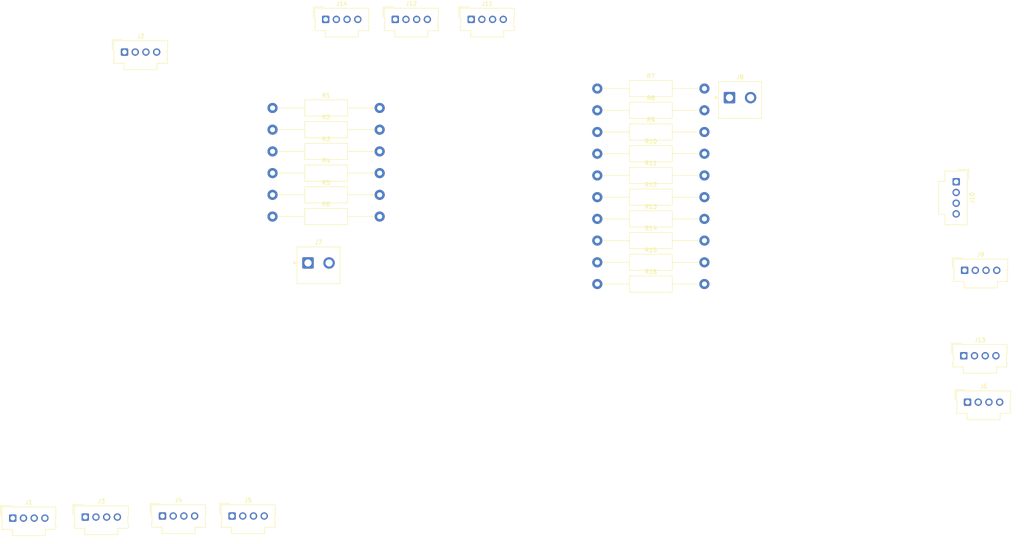
<source format=kicad_pcb>
(kicad_pcb (version 20241229) (generator "pcbnew") (generator_version "9.0")
  (layers (0 "F.Cu" signal) (2 "B.Cu" signal) (13 "F.Paste" user) (15 "B.Paste" user) (5 "F.SilkS" user "F.Silkscreen") (7 "B.SilkS" user "B.Silkscreen") (1 "F.Mask" user) (3 "B.Mask" user) (25 "Edge.Cuts" user))
  (net 0 "")
  (net 3 "Net-(J1-Pin_1)")
  (net 4 "Net-(J2-Pin_1)")
  (net 5 "Net-(J2-Pin_2)")
  (net 6 "Net-(J11-Pin_1)")
  (net 7 "Net-(J6-Pin_1)")
  (net 8 "Net-(J6-Pin_3)")
  (net 9 "Net-(J6-Pin_4)")
  (net 10 "Net-(J6-Pin_2)")
  (net 11 "Net-(J9-Pin_2)")
  (net 12 "Net-(J9-Pin_4)")
  (net 13 "Net-(J9-Pin_1)")
  (net 14 "Net-(J9-Pin_3)")
  (net 15 "Net-(J10-Pin_2)")
  (net 16 "Net-(J10-Pin_1)")
  (net 17 "Net-(J10-Pin_4)")
  (net 18 "Net-(J10-Pin_3)")
  (net 19 "Net-(J13-Pin_2)")
  (net 20 "Net-(J13-Pin_4)")
  (net 21 "Net-(J13-Pin_1)")
  (net 22 "Net-(J13-Pin_3)")
  (footprint "Resistor_THT:R_Axial_DIN0411_L9.9mm_D3.6mm_P25.40mm_Horizontal" (layer "F.Cu") (at 168.6 43.3)
    (property "Reference" "R8" (at 12.7 -2.92 0) (layer "F.SilkS"))
    (property "Value" "R")
    (fp_line (start 1.44 0) (end 7.63 0) (stroke (width 0.12)) (layer "F.SilkS"))
    (fp_line (start 7.63 -1.92) (end 7.63 1.92) (stroke (width 0.12)) (layer "F.SilkS"))
    (fp_line (start 7.63 1.92) (end 17.77 1.92) (stroke (width 0.12)) (layer "F.SilkS"))
    (fp_line (start 17.77 -1.92) (end 7.63 -1.92) (stroke (width 0.12)) (layer "F.SilkS"))
    (fp_line (start 17.77 1.92) (end 17.77 -1.92) (stroke (width 0.12)) (layer "F.SilkS"))
    (fp_line (start 23.96 0) (end 17.77 0) (stroke (width 0.12)) (layer "F.SilkS"))
    (pad "1" thru_hole circle (at 0 0) (size 2.4 2.4) (drill 1.2) (layers "*.Cu" "*.Mask") (net 9 "Net-(J6-Pin_4)"))
    (pad "2" thru_hole oval (at 25.4 0) (size 2.4 2.4) (drill 1.2) (layers "*.Cu" "*.Mask") (net 3 "Net-(J1-Pin_1)"))
  )
  (footprint "Resistor_THT:R_Axial_DIN0411_L9.9mm_D3.6mm_P25.40mm_Horizontal" (layer "F.Cu") (at 168.6 79.35)
    (property "Reference" "R15" (at 12.7 -2.92 0) (layer "F.SilkS"))
    (property "Value" "R")
    (fp_line (start 1.44 0) (end 7.63 0) (stroke (width 0.12)) (layer "F.SilkS"))
    (fp_line (start 7.63 -1.92) (end 7.63 1.92) (stroke (width 0.12)) (layer "F.SilkS"))
    (fp_line (start 7.63 1.92) (end 17.77 1.92) (stroke (width 0.12)) (layer "F.SilkS"))
    (fp_line (start 17.77 -1.92) (end 7.63 -1.92) (stroke (width 0.12)) (layer "F.SilkS"))
    (fp_line (start 17.77 1.92) (end 17.77 -1.92) (stroke (width 0.12)) (layer "F.SilkS"))
    (fp_line (start 23.96 0) (end 17.77 0) (stroke (width 0.12)) (layer "F.SilkS"))
    (pad "1" thru_hole circle (at 0 0) (size 2.4 2.4) (drill 1.2) (layers "*.Cu" "*.Mask") (net 13 "Net-(J9-Pin_1)"))
    (pad "2" thru_hole oval (at 25.4 0) (size 2.4 2.4) (drill 1.2) (layers "*.Cu" "*.Mask") (net 20 "Net-(J13-Pin_4)"))
  )
  (footprint "Resistor_THT:R_Axial_DIN0411_L9.9mm_D3.6mm_P25.40mm_Horizontal" (layer "F.Cu") (at 91.6 58.2)
    (property "Reference" "R4" (at 12.7 -2.92 0) (layer "F.SilkS"))
    (property "Value" "R")
    (fp_line (start 1.44 0) (end 7.63 0) (stroke (width 0.12)) (layer "F.SilkS"))
    (fp_line (start 7.63 -1.92) (end 7.63 1.92) (stroke (width 0.12)) (layer "F.SilkS"))
    (fp_line (start 7.63 1.92) (end 17.77 1.92) (stroke (width 0.12)) (layer "F.SilkS"))
    (fp_line (start 17.77 -1.92) (end 7.63 -1.92) (stroke (width 0.12)) (layer "F.SilkS"))
    (fp_line (start 17.77 1.92) (end 17.77 -1.92) (stroke (width 0.12)) (layer "F.SilkS"))
    (fp_line (start 23.96 0) (end 17.77 0) (stroke (width 0.12)) (layer "F.SilkS"))
    (pad "1" thru_hole circle (at 0 0) (size 2.4 2.4) (drill 1.2) (layers "*.Cu" "*.Mask") (net 7 "Net-(J6-Pin_1)"))
    (pad "2" thru_hole oval (at 25.4 0) (size 2.4 2.4) (drill 1.2) (layers "*.Cu" "*.Mask") (net 3 "Net-(J1-Pin_1)"))
  )
  (footprint "Resistor_THT:R_Axial_DIN0411_L9.9mm_D3.6mm_P25.40mm_Horizontal" (layer "F.Cu") (at 91.6 63.35)
    (property "Reference" "R5" (at 12.7 -2.92 0) (layer "F.SilkS"))
    (property "Value" "R")
    (fp_line (start 1.44 0) (end 7.63 0) (stroke (width 0.12)) (layer "F.SilkS"))
    (fp_line (start 7.63 -1.92) (end 7.63 1.92) (stroke (width 0.12)) (layer "F.SilkS"))
    (fp_line (start 7.63 1.92) (end 17.77 1.92) (stroke (width 0.12)) (layer "F.SilkS"))
    (fp_line (start 17.77 -1.92) (end 7.63 -1.92) (stroke (width 0.12)) (layer "F.SilkS"))
    (fp_line (start 17.77 1.92) (end 17.77 -1.92) (stroke (width 0.12)) (layer "F.SilkS"))
    (fp_line (start 23.96 0) (end 17.77 0) (stroke (width 0.12)) (layer "F.SilkS"))
    (pad "1" thru_hole circle (at 0 0) (size 2.4 2.4) (drill 1.2) (layers "*.Cu" "*.Mask") (net 10 "Net-(J6-Pin_2)"))
    (pad "2" thru_hole oval (at 25.4 0) (size 2.4 2.4) (drill 1.2) (layers "*.Cu" "*.Mask") (net 3 "Net-(J1-Pin_1)"))
  )
  (footprint "Connector_Molex:Molex_SL_171971-0004_1x04_P2.54mm_Vertical" (layer "F.Cu") (at 56.5 29.5)
    (property "Reference" "J2" (at 3.81 -3.75 0) (layer "F.SilkS"))
    (property "Value" "Main switch + ES 17V")
    (fp_line (start -2.91 -2.96) (end -0.5 -2.96) (stroke (width 0.12)) (layer "F.SilkS"))
    (fp_line (start -2.91 -0.55) (end -2.91 -2.96) (stroke (width 0.12)) (layer "F.SilkS"))
    (fp_line (start -2.61 -2.66) (end -2.61 -0.13) (stroke (width 0.12)) (layer "F.SilkS"))
    (fp_line (start -2.61 -0.13) (end -2.48 -0.13) (stroke (width 0.12)) (layer "F.SilkS"))
    (fp_line (start -2.61 1.68) (end -2.61 2.66) (stroke (width 0.12)) (layer "F.SilkS"))
    (fp_line (start -2.61 2.66) (end -0.11 2.66) (stroke (width 0.12)) (layer "F.SilkS"))
    (fp_line (start -2.48 -0.13) (end -2.48 1.68) (stroke (width 0.12)) (layer "F.SilkS"))
    (fp_line (start -2.48 1.68) (end -2.61 1.68) (stroke (width 0.12)) (layer "F.SilkS"))
    (fp_line (start -0.11 2.66) (end -0.11 4.16) (stroke (width 0.12)) (layer "F.SilkS"))
    (fp_line (start -0.11 4.16) (end 7.73 4.16) (stroke (width 0.12)) (layer "F.SilkS"))
    (fp_line (start 7.73 2.66) (end 10.23 2.66) (stroke (width 0.12)) (layer "F.SilkS"))
    (fp_line (start 7.73 4.16) (end 7.73 2.66) (stroke (width 0.12)) (layer "F.SilkS"))
    (fp_line (start 10.1 -0.13) (end 10.23 -0.13) (stroke (width 0.12)) (layer "F.SilkS"))
    (fp_line (start 10.1 1.68) (end 10.1 -0.13) (stroke (width 0.12)) (layer "F.SilkS"))
    (fp_line (start 10.23 -2.66) (end -2.61 -2.66) (stroke (width 0.12)) (layer "F.SilkS"))
    (fp_line (start 10.23 -0.13) (end 10.23 -2.66) (stroke (width 0.12)) (layer "F.SilkS"))
    (fp_line (start 10.23 1.68) (end 10.1 1.68) (stroke (width 0.12)) (layer "F.SilkS"))
    (fp_line (start 10.23 2.66) (end 10.23 1.68) (stroke (width 0.12)) (layer "F.SilkS"))
    (pad "1" thru_hole roundrect (at 0 0) (size 1.74 1.74) (drill 1.09) (layers "*.Cu" "*.Mask") (roundrect_rratio 0.143678) (net 4 "Net-(J2-Pin_1)"))
    (pad "2" thru_hole circle (at 2.54 0) (size 1.74 1.74) (drill 1.09) (layers "*.Cu" "*.Mask") (net 5 "Net-(J2-Pin_2)"))
    (pad "3" thru_hole circle (at 5.08 0) (size 1.74 1.74) (drill 1.09) (layers "*.Cu" "*.Mask") (net 5 "Net-(J2-Pin_2)"))
    (pad "4" thru_hole circle (at 7.62 0) (size 1.74 1.74) (drill 1.09) (layers "*.Cu" "*.Mask") (net 6 "Net-(J11-Pin_1)"))
  )
  (footprint "Resistor_THT:R_Axial_DIN0411_L9.9mm_D3.6mm_P25.40mm_Horizontal" (layer "F.Cu") (at 168.6 58.75)
    (property "Reference" "R11" (at 12.7 -2.92 0) (layer "F.SilkS"))
    (property "Value" "R")
    (fp_line (start 1.44 0) (end 7.63 0) (stroke (width 0.12)) (layer "F.SilkS"))
    (fp_line (start 7.63 -1.92) (end 7.63 1.92) (stroke (width 0.12)) (layer "F.SilkS"))
    (fp_line (start 7.63 1.92) (end 17.77 1.92) (stroke (width 0.12)) (layer "F.SilkS"))
    (fp_line (start 17.77 -1.92) (end 7.63 -1.92) (stroke (width 0.12)) (layer "F.SilkS"))
    (fp_line (start 17.77 1.92) (end 17.77 -1.92) (stroke (width 0.12)) (layer "F.SilkS"))
    (fp_line (start 23.96 0) (end 17.77 0) (stroke (width 0.12)) (layer "F.SilkS"))
    (pad "1" thru_hole circle (at 0 0) (size 2.4 2.4) (drill 1.2) (layers "*.Cu" "*.Mask") (net 14 "Net-(J9-Pin_3)"))
    (pad "2" thru_hole oval (at 25.4 0) (size 2.4 2.4) (drill 1.2) (layers "*.Cu" "*.Mask") (net 19 "Net-(J13-Pin_2)"))
  )
  (footprint "Connector_Molex:Molex_SL_171971-0004_1x04_P2.54mm_Vertical" (layer "F.Cu") (at 256.38 112.5)
    (property "Reference" "J6" (at 3.81 -3.75 0) (layer "F.SilkS"))
    (property "Value" "Echo Out 1-4")
    (fp_line (start -2.91 -2.96) (end -0.5 -2.96) (stroke (width 0.12)) (layer "F.SilkS"))
    (fp_line (start -2.91 -0.55) (end -2.91 -2.96) (stroke (width 0.12)) (layer "F.SilkS"))
    (fp_line (start -2.61 -2.66) (end -2.61 -0.13) (stroke (width 0.12)) (layer "F.SilkS"))
    (fp_line (start -2.61 -0.13) (end -2.48 -0.13) (stroke (width 0.12)) (layer "F.SilkS"))
    (fp_line (start -2.61 1.68) (end -2.61 2.66) (stroke (width 0.12)) (layer "F.SilkS"))
    (fp_line (start -2.61 2.66) (end -0.11 2.66) (stroke (width 0.12)) (layer "F.SilkS"))
    (fp_line (start -2.48 -0.13) (end -2.48 1.68) (stroke (width 0.12)) (layer "F.SilkS"))
    (fp_line (start -2.48 1.68) (end -2.61 1.68) (stroke (width 0.12)) (layer "F.SilkS"))
    (fp_line (start -0.11 2.66) (end -0.11 4.16) (stroke (width 0.12)) (layer "F.SilkS"))
    (fp_line (start -0.11 4.16) (end 7.73 4.16) (stroke (width 0.12)) (layer "F.SilkS"))
    (fp_line (start 7.73 2.66) (end 10.23 2.66) (stroke (width 0.12)) (layer "F.SilkS"))
    (fp_line (start 7.73 4.16) (end 7.73 2.66) (stroke (width 0.12)) (layer "F.SilkS"))
    (fp_line (start 10.1 -0.13) (end 10.23 -0.13) (stroke (width 0.12)) (layer "F.SilkS"))
    (fp_line (start 10.1 1.68) (end 10.1 -0.13) (stroke (width 0.12)) (layer "F.SilkS"))
    (fp_line (start 10.23 -2.66) (end -2.61 -2.66) (stroke (width 0.12)) (layer "F.SilkS"))
    (fp_line (start 10.23 -0.13) (end 10.23 -2.66) (stroke (width 0.12)) (layer "F.SilkS"))
    (fp_line (start 10.23 1.68) (end 10.1 1.68) (stroke (width 0.12)) (layer "F.SilkS"))
    (fp_line (start 10.23 2.66) (end 10.23 1.68) (stroke (width 0.12)) (layer "F.SilkS"))
    (pad "1" thru_hole roundrect (at 0 0) (size 1.74 1.74) (drill 1.09) (layers "*.Cu" "*.Mask") (roundrect_rratio 0.143678) (net 7 "Net-(J6-Pin_1)"))
    (pad "2" thru_hole circle (at 2.54 0) (size 1.74 1.74) (drill 1.09) (layers "*.Cu" "*.Mask") (net 10 "Net-(J6-Pin_2)"))
    (pad "3" thru_hole circle (at 5.08 0) (size 1.74 1.74) (drill 1.09) (layers "*.Cu" "*.Mask") (net 8 "Net-(J6-Pin_3)"))
    (pad "4" thru_hole circle (at 7.62 0) (size 1.74 1.74) (drill 1.09) (layers "*.Cu" "*.Mask") (net 9 "Net-(J6-Pin_4)"))
  )
  (footprint "Connector_Molex:Molex_SL_171971-0004_1x04_P2.54mm_Vertical" (layer "F.Cu") (at 255.69 81.25)
    (property "Reference" "J9" (at 3.81 -3.75 0) (layer "F.SilkS"))
    (property "Value" "Pont diviseur Echo In 5-8")
    (fp_line (start -2.91 -2.96) (end -0.5 -2.96) (stroke (width 0.12)) (layer "F.SilkS"))
    (fp_line (start -2.91 -0.55) (end -2.91 -2.96) (stroke (width 0.12)) (layer "F.SilkS"))
    (fp_line (start -2.61 -2.66) (end -2.61 -0.13) (stroke (width 0.12)) (layer "F.SilkS"))
    (fp_line (start -2.61 -0.13) (end -2.48 -0.13) (stroke (width 0.12)) (layer "F.SilkS"))
    (fp_line (start -2.61 1.68) (end -2.61 2.66) (stroke (width 0.12)) (layer "F.SilkS"))
    (fp_line (start -2.61 2.66) (end -0.11 2.66) (stroke (width 0.12)) (layer "F.SilkS"))
    (fp_line (start -2.48 -0.13) (end -2.48 1.68) (stroke (width 0.12)) (layer "F.SilkS"))
    (fp_line (start -2.48 1.68) (end -2.61 1.68) (stroke (width 0.12)) (layer "F.SilkS"))
    (fp_line (start -0.11 2.66) (end -0.11 4.16) (stroke (width 0.12)) (layer "F.SilkS"))
    (fp_line (start -0.11 4.16) (end 7.73 4.16) (stroke (width 0.12)) (layer "F.SilkS"))
    (fp_line (start 7.73 2.66) (end 10.23 2.66) (stroke (width 0.12)) (layer "F.SilkS"))
    (fp_line (start 7.73 4.16) (end 7.73 2.66) (stroke (width 0.12)) (layer "F.SilkS"))
    (fp_line (start 10.1 -0.13) (end 10.23 -0.13) (stroke (width 0.12)) (layer "F.SilkS"))
    (fp_line (start 10.1 1.68) (end 10.1 -0.13) (stroke (width 0.12)) (layer "F.SilkS"))
    (fp_line (start 10.23 -2.66) (end -2.61 -2.66) (stroke (width 0.12)) (layer "F.SilkS"))
    (fp_line (start 10.23 -0.13) (end 10.23 -2.66) (stroke (width 0.12)) (layer "F.SilkS"))
    (fp_line (start 10.23 1.68) (end 10.1 1.68) (stroke (width 0.12)) (layer "F.SilkS"))
    (fp_line (start 10.23 2.66) (end 10.23 1.68) (stroke (width 0.12)) (layer "F.SilkS"))
    (pad "1" thru_hole roundrect (at 0 0) (size 1.74 1.74) (drill 1.09) (layers "*.Cu" "*.Mask") (roundrect_rratio 0.143678) (net 13 "Net-(J9-Pin_1)"))
    (pad "2" thru_hole circle (at 2.54 0) (size 1.74 1.74) (drill 1.09) (layers "*.Cu" "*.Mask") (net 11 "Net-(J9-Pin_2)"))
    (pad "3" thru_hole circle (at 5.08 0) (size 1.74 1.74) (drill 1.09) (layers "*.Cu" "*.Mask") (net 14 "Net-(J9-Pin_3)"))
    (pad "4" thru_hole circle (at 7.62 0) (size 1.74 1.74) (drill 1.09) (layers "*.Cu" "*.Mask") (net 12 "Net-(J9-Pin_4)"))
  )
  (footprint "Connector_Molex:Molex_SL_171971-0004_1x04_P2.54mm_Vertical" (layer "F.Cu") (at 47.19 139.75)
    (property "Reference" "J3" (at 3.81 -3.75 0) (layer "F.SilkS"))
    (property "Value" "Ground")
    (fp_line (start -2.91 -2.96) (end -0.5 -2.96) (stroke (width 0.12)) (layer "F.SilkS"))
    (fp_line (start -2.91 -0.55) (end -2.91 -2.96) (stroke (width 0.12)) (layer "F.SilkS"))
    (fp_line (start -2.61 -2.66) (end -2.61 -0.13) (stroke (width 0.12)) (layer "F.SilkS"))
    (fp_line (start -2.61 -0.13) (end -2.48 -0.13) (stroke (width 0.12)) (layer "F.SilkS"))
    (fp_line (start -2.61 1.68) (end -2.61 2.66) (stroke (width 0.12)) (layer "F.SilkS"))
    (fp_line (start -2.61 2.66) (end -0.11 2.66) (stroke (width 0.12)) (layer "F.SilkS"))
    (fp_line (start -2.48 -0.13) (end -2.48 1.68) (stroke (width 0.12)) (layer "F.SilkS"))
    (fp_line (start -2.48 1.68) (end -2.61 1.68) (stroke (width 0.12)) (layer "F.SilkS"))
    (fp_line (start -0.11 2.66) (end -0.11 4.16) (stroke (width 0.12)) (layer "F.SilkS"))
    (fp_line (start -0.11 4.16) (end 7.73 4.16) (stroke (width 0.12)) (layer "F.SilkS"))
    (fp_line (start 7.73 2.66) (end 10.23 2.66) (stroke (width 0.12)) (layer "F.SilkS"))
    (fp_line (start 7.73 4.16) (end 7.73 2.66) (stroke (width 0.12)) (layer "F.SilkS"))
    (fp_line (start 10.1 -0.13) (end 10.23 -0.13) (stroke (width 0.12)) (layer "F.SilkS"))
    (fp_line (start 10.1 1.68) (end 10.1 -0.13) (stroke (width 0.12)) (layer "F.SilkS"))
    (fp_line (start 10.23 -2.66) (end -2.61 -2.66) (stroke (width 0.12)) (layer "F.SilkS"))
    (fp_line (start 10.23 -0.13) (end 10.23 -2.66) (stroke (width 0.12)) (layer "F.SilkS"))
    (fp_line (start 10.23 1.68) (end 10.1 1.68) (stroke (width 0.12)) (layer "F.SilkS"))
    (fp_line (start 10.23 2.66) (end 10.23 1.68) (stroke (width 0.12)) (layer "F.SilkS"))
    (pad "1" thru_hole roundrect (at 0 0) (size 1.74 1.74) (drill 1.09) (layers "*.Cu" "*.Mask") (roundrect_rratio 0.143678) (net 3 "Net-(J1-Pin_1)"))
    (pad "2" thru_hole circle (at 2.54 0) (size 1.74 1.74) (drill 1.09) (layers "*.Cu" "*.Mask") (net 3 "Net-(J1-Pin_1)"))
    (pad "3" thru_hole circle (at 5.08 0) (size 1.74 1.74) (drill 1.09) (layers "*.Cu" "*.Mask") (net 3 "Net-(J1-Pin_1)"))
    (pad "4" thru_hole circle (at 7.62 0) (size 1.74 1.74) (drill 1.09) (layers "*.Cu" "*.Mask") (net 3 "Net-(J1-Pin_1)"))
  )
  (footprint "Resistor_THT:R_Axial_DIN0411_L9.9mm_D3.6mm_P25.40mm_Horizontal" (layer "F.Cu") (at 168.6 74.2)
    (property "Reference" "R14" (at 12.7 -2.92 0) (layer "F.SilkS"))
    (property "Value" "R")
    (fp_line (start 1.44 0) (end 7.63 0) (stroke (width 0.12)) (layer "F.SilkS"))
    (fp_line (start 7.63 -1.92) (end 7.63 1.92) (stroke (width 0.12)) (layer "F.SilkS"))
    (fp_line (start 7.63 1.92) (end 17.77 1.92) (stroke (width 0.12)) (layer "F.SilkS"))
    (fp_line (start 17.77 -1.92) (end 7.63 -1.92) (stroke (width 0.12)) (layer "F.SilkS"))
    (fp_line (start 17.77 1.92) (end 17.77 -1.92) (stroke (width 0.12)) (layer "F.SilkS"))
    (fp_line (start 23.96 0) (end 17.77 0) (stroke (width 0.12)) (layer "F.SilkS"))
    (pad "1" thru_hole circle (at 0 0) (size 2.4 2.4) (drill 1.2) (layers "*.Cu" "*.Mask") (net 22 "Net-(J13-Pin_3)"))
    (pad "2" thru_hole oval (at 25.4 0) (size 2.4 2.4) (drill 1.2) (layers "*.Cu" "*.Mask") (net 3 "Net-(J1-Pin_1)"))
  )
  (footprint "Resistor_THT:R_Axial_DIN0411_L9.9mm_D3.6mm_P25.40mm_Horizontal" (layer "F.Cu") (at 168.6 63.9)
    (property "Reference" "R12" (at 12.7 -2.92 0) (layer "F.SilkS"))
    (property "Value" "R")
    (fp_line (start 1.44 0) (end 7.63 0) (stroke (width 0.12)) (layer "F.SilkS"))
    (fp_line (start 7.63 -1.92) (end 7.63 1.92) (stroke (width 0.12)) (layer "F.SilkS"))
    (fp_line (start 7.63 1.92) (end 17.77 1.92) (stroke (width 0.12)) (layer "F.SilkS"))
    (fp_line (start 17.77 -1.92) (end 7.63 -1.92) (stroke (width 0.12)) (layer "F.SilkS"))
    (fp_line (start 17.77 1.92) (end 17.77 -1.92) (stroke (width 0.12)) (layer "F.SilkS"))
    (fp_line (start 23.96 0) (end 17.77 0) (stroke (width 0.12)) (layer "F.SilkS"))
    (pad "1" thru_hole circle (at 0 0) (size 2.4 2.4) (drill 1.2) (layers "*.Cu" "*.Mask") (net 19 "Net-(J13-Pin_2)"))
    (pad "2" thru_hole oval (at 25.4 0) (size 2.4 2.4) (drill 1.2) (layers "*.Cu" "*.Mask") (net 3 "Net-(J1-Pin_1)"))
  )
  (footprint "Resistor_THT:R_Axial_DIN0411_L9.9mm_D3.6mm_P25.40mm_Horizontal" (layer "F.Cu") (at 168.6 48.45)
    (property "Reference" "R9" (at 12.7 -2.92 0) (layer "F.SilkS"))
    (property "Value" "R")
    (fp_line (start 1.44 0) (end 7.63 0) (stroke (width 0.12)) (layer "F.SilkS"))
    (fp_line (start 7.63 -1.92) (end 7.63 1.92) (stroke (width 0.12)) (layer "F.SilkS"))
    (fp_line (start 7.63 1.92) (end 17.77 1.92) (stroke (width 0.12)) (layer "F.SilkS"))
    (fp_line (start 17.77 -1.92) (end 7.63 -1.92) (stroke (width 0.12)) (layer "F.SilkS"))
    (fp_line (start 17.77 1.92) (end 17.77 -1.92) (stroke (width 0.12)) (layer "F.SilkS"))
    (fp_line (start 23.96 0) (end 17.77 0) (stroke (width 0.12)) (layer "F.SilkS"))
    (pad "1" thru_hole circle (at 0 0) (size 2.4 2.4) (drill 1.2) (layers "*.Cu" "*.Mask") (net 12 "Net-(J9-Pin_4)"))
    (pad "2" thru_hole oval (at 25.4 0) (size 2.4 2.4) (drill 1.2) (layers "*.Cu" "*.Mask") (net 21 "Net-(J13-Pin_1)"))
  )
  (footprint "Resistor_THT:R_Axial_DIN0411_L9.9mm_D3.6mm_P25.40mm_Horizontal" (layer "F.Cu") (at 168.6 69.05)
    (property "Reference" "R13" (at 12.7 -2.92 0) (layer "F.SilkS"))
    (property "Value" "R")
    (fp_line (start 1.44 0) (end 7.63 0) (stroke (width 0.12)) (layer "F.SilkS"))
    (fp_line (start 7.63 -1.92) (end 7.63 1.92) (stroke (width 0.12)) (layer "F.SilkS"))
    (fp_line (start 7.63 1.92) (end 17.77 1.92) (stroke (width 0.12)) (layer "F.SilkS"))
    (fp_line (start 17.77 -1.92) (end 7.63 -1.92) (stroke (width 0.12)) (layer "F.SilkS"))
    (fp_line (start 17.77 1.92) (end 17.77 -1.92) (stroke (width 0.12)) (layer "F.SilkS"))
    (fp_line (start 23.96 0) (end 17.77 0) (stroke (width 0.12)) (layer "F.SilkS"))
    (pad "1" thru_hole circle (at 0 0) (size 2.4 2.4) (drill 1.2) (layers "*.Cu" "*.Mask") (net 11 "Net-(J9-Pin_2)"))
    (pad "2" thru_hole oval (at 25.4 0) (size 2.4 2.4) (drill 1.2) (layers "*.Cu" "*.Mask") (net 22 "Net-(J13-Pin_3)"))
  )
  (footprint "Connector_JST:JST_NV_B02P-NV_1x02_P5.00mm_Vertical" (layer "F.Cu") (at 199.945 40.3)
    (property "Reference" "J8" (at 2.5 -4.9 0) (layer "F.SilkS"))
    (property "Value" "Vin 17V")
    (fp_line (start -3.41 -0.3) (end -2.81 0) (stroke (width 0.12)) (layer "F.SilkS"))
    (fp_line (start -3.41 0.3) (end -3.41 -0.3) (stroke (width 0.12)) (layer "F.SilkS"))
    (fp_line (start -2.81 0) (end -3.41 0.3) (stroke (width 0.12)) (layer "F.SilkS"))
    (fp_line (start -2.61 -3.81) (end -2.61 4.91) (stroke (width 0.12)) (layer "F.SilkS"))
    (fp_line (start -2.61 4.91) (end 7.61 4.91) (stroke (width 0.12)) (layer "F.SilkS"))
    (fp_line (start 7.61 -3.81) (end -2.61 -3.81) (stroke (width 0.12)) (layer "F.SilkS"))
    (fp_line (start 7.61 4.91) (end 7.61 -3.81) (stroke (width 0.12)) (layer "F.SilkS"))
    (pad "1" thru_hole roundrect (at 0 0) (size 2.7 2.7) (drill 1.7) (layers "*.Cu" "*.Mask") (roundrect_rratio 0.092593) (net 4 "Net-(J2-Pin_1)"))
    (pad "2" thru_hole circle (at 5 0) (size 2.7 2.7) (drill 1.7) (layers "*.Cu" "*.Mask") (net 3 "Net-(J1-Pin_1)"))
  )
  (footprint "Connector_Molex:Molex_SL_171971-0004_1x04_P2.54mm_Vertical" (layer "F.Cu") (at 82 139.5)
    (property "Reference" "J5" (at 3.81 -3.75 0) (layer "F.SilkS"))
    (property "Value" "Ground")
    (fp_line (start -2.91 -2.96) (end -0.5 -2.96) (stroke (width 0.12)) (layer "F.SilkS"))
    (fp_line (start -2.91 -0.55) (end -2.91 -2.96) (stroke (width 0.12)) (layer "F.SilkS"))
    (fp_line (start -2.61 -2.66) (end -2.61 -0.13) (stroke (width 0.12)) (layer "F.SilkS"))
    (fp_line (start -2.61 -0.13) (end -2.48 -0.13) (stroke (width 0.12)) (layer "F.SilkS"))
    (fp_line (start -2.61 1.68) (end -2.61 2.66) (stroke (width 0.12)) (layer "F.SilkS"))
    (fp_line (start -2.61 2.66) (end -0.11 2.66) (stroke (width 0.12)) (layer "F.SilkS"))
    (fp_line (start -2.48 -0.13) (end -2.48 1.68) (stroke (width 0.12)) (layer "F.SilkS"))
    (fp_line (start -2.48 1.68) (end -2.61 1.68) (stroke (width 0.12)) (layer "F.SilkS"))
    (fp_line (start -0.11 2.66) (end -0.11 4.16) (stroke (width 0.12)) (layer "F.SilkS"))
    (fp_line (start -0.11 4.16) (end 7.73 4.16) (stroke (width 0.12)) (layer "F.SilkS"))
    (fp_line (start 7.73 2.66) (end 10.23 2.66) (stroke (width 0.12)) (layer "F.SilkS"))
    (fp_line (start 7.73 4.16) (end 7.73 2.66) (stroke (width 0.12)) (layer "F.SilkS"))
    (fp_line (start 10.1 -0.13) (end 10.23 -0.13) (stroke (width 0.12)) (layer "F.SilkS"))
    (fp_line (start 10.1 1.68) (end 10.1 -0.13) (stroke (width 0.12)) (layer "F.SilkS"))
    (fp_line (start 10.23 -2.66) (end -2.61 -2.66) (stroke (width 0.12)) (layer "F.SilkS"))
    (fp_line (start 10.23 -0.13) (end 10.23 -2.66) (stroke (width 0.12)) (layer "F.SilkS"))
    (fp_line (start 10.23 1.68) (end 10.1 1.68) (stroke (width 0.12)) (layer "F.SilkS"))
    (fp_line (start 10.23 2.66) (end 10.23 1.68) (stroke (width 0.12)) (layer "F.SilkS"))
    (pad "1" thru_hole roundrect (at 0 0) (size 1.74 1.74) (drill 1.09) (layers "*.Cu" "*.Mask") (roundrect_rratio 0.143678) (net 3 "Net-(J1-Pin_1)"))
    (pad "2" thru_hole circle (at 2.54 0) (size 1.74 1.74) (drill 1.09) (layers "*.Cu" "*.Mask") (net 3 "Net-(J1-Pin_1)"))
    (pad "3" thru_hole circle (at 5.08 0) (size 1.74 1.74) (drill 1.09) (layers "*.Cu" "*.Mask") (net 3 "Net-(J1-Pin_1)"))
    (pad "4" thru_hole circle (at 7.62 0) (size 1.74 1.74) (drill 1.09) (layers "*.Cu" "*.Mask") (net 3 "Net-(J1-Pin_1)"))
  )
  (footprint "Resistor_THT:R_Axial_DIN0411_L9.9mm_D3.6mm_P25.40mm_Horizontal" (layer "F.Cu") (at 91.6 68.5)
    (property "Reference" "R6" (at 12.7 -2.92 0) (layer "F.SilkS"))
    (property "Value" "R")
    (fp_line (start 1.44 0) (end 7.63 0) (stroke (width 0.12)) (layer "F.SilkS"))
    (fp_line (start 7.63 -1.92) (end 7.63 1.92) (stroke (width 0.12)) (layer "F.SilkS"))
    (fp_line (start 7.63 1.92) (end 17.77 1.92) (stroke (width 0.12)) (layer "F.SilkS"))
    (fp_line (start 17.77 -1.92) (end 7.63 -1.92) (stroke (width 0.12)) (layer "F.SilkS"))
    (fp_line (start 17.77 1.92) (end 17.77 -1.92) (stroke (width 0.12)) (layer "F.SilkS"))
    (fp_line (start 23.96 0) (end 17.77 0) (stroke (width 0.12)) (layer "F.SilkS"))
    (pad "1" thru_hole circle (at 0 0) (size 2.4 2.4) (drill 1.2) (layers "*.Cu" "*.Mask") (net 8 "Net-(J6-Pin_3)"))
    (pad "2" thru_hole oval (at 25.4 0) (size 2.4 2.4) (drill 1.2) (layers "*.Cu" "*.Mask") (net 3 "Net-(J1-Pin_1)"))
  )
  (footprint "Resistor_THT:R_Axial_DIN0411_L9.9mm_D3.6mm_P25.40mm_Horizontal" (layer "F.Cu") (at 91.6 53.05)
    (property "Reference" "R3" (at 12.7 -2.92 0) (layer "F.SilkS"))
    (property "Value" "R")
    (fp_line (start 1.44 0) (end 7.63 0) (stroke (width 0.12)) (layer "F.SilkS"))
    (fp_line (start 7.63 -1.92) (end 7.63 1.92) (stroke (width 0.12)) (layer "F.SilkS"))
    (fp_line (start 7.63 1.92) (end 17.77 1.92) (stroke (width 0.12)) (layer "F.SilkS"))
    (fp_line (start 17.77 -1.92) (end 7.63 -1.92) (stroke (width 0.12)) (layer "F.SilkS"))
    (fp_line (start 17.77 1.92) (end 17.77 -1.92) (stroke (width 0.12)) (layer "F.SilkS"))
    (fp_line (start 23.96 0) (end 17.77 0) (stroke (width 0.12)) (layer "F.SilkS"))
    (pad "1" thru_hole circle (at 0 0) (size 2.4 2.4) (drill 1.2) (layers "*.Cu" "*.Mask") (net 15 "Net-(J10-Pin_2)"))
    (pad "2" thru_hole oval (at 25.4 0) (size 2.4 2.4) (drill 1.2) (layers "*.Cu" "*.Mask") (net 8 "Net-(J6-Pin_3)"))
  )
  (footprint "Connector_Molex:Molex_SL_171971-0004_1x04_P2.54mm_Vertical" (layer "F.Cu") (at 104.19 21.75)
    (property "Reference" "J14" (at 3.81 -3.75 0) (layer "F.SilkS"))
    (property "Value" "17V")
    (fp_line (start -2.91 -2.96) (end -0.5 -2.96) (stroke (width 0.12)) (layer "F.SilkS"))
    (fp_line (start -2.91 -0.55) (end -2.91 -2.96) (stroke (width 0.12)) (layer "F.SilkS"))
    (fp_line (start -2.61 -2.66) (end -2.61 -0.13) (stroke (width 0.12)) (layer "F.SilkS"))
    (fp_line (start -2.61 -0.13) (end -2.48 -0.13) (stroke (width 0.12)) (layer "F.SilkS"))
    (fp_line (start -2.61 1.68) (end -2.61 2.66) (stroke (width 0.12)) (layer "F.SilkS"))
    (fp_line (start -2.61 2.66) (end -0.11 2.66) (stroke (width 0.12)) (layer "F.SilkS"))
    (fp_line (start -2.48 -0.13) (end -2.48 1.68) (stroke (width 0.12)) (layer "F.SilkS"))
    (fp_line (start -2.48 1.68) (end -2.61 1.68) (stroke (width 0.12)) (layer "F.SilkS"))
    (fp_line (start -0.11 2.66) (end -0.11 4.16) (stroke (width 0.12)) (layer "F.SilkS"))
    (fp_line (start -0.11 4.16) (end 7.73 4.16) (stroke (width 0.12)) (layer "F.SilkS"))
    (fp_line (start 7.73 2.66) (end 10.23 2.66) (stroke (width 0.12)) (layer "F.SilkS"))
    (fp_line (start 7.73 4.16) (end 7.73 2.66) (stroke (width 0.12)) (layer "F.SilkS"))
    (fp_line (start 10.1 -0.13) (end 10.23 -0.13) (stroke (width 0.12)) (layer "F.SilkS"))
    (fp_line (start 10.1 1.68) (end 10.1 -0.13) (stroke (width 0.12)) (layer "F.SilkS"))
    (fp_line (start 10.23 -2.66) (end -2.61 -2.66) (stroke (width 0.12)) (layer "F.SilkS"))
    (fp_line (start 10.23 -0.13) (end 10.23 -2.66) (stroke (width 0.12)) (layer "F.SilkS"))
    (fp_line (start 10.23 1.68) (end 10.1 1.68) (stroke (width 0.12)) (layer "F.SilkS"))
    (fp_line (start 10.23 2.66) (end 10.23 1.68) (stroke (width 0.12)) (layer "F.SilkS"))
    (pad "1" thru_hole roundrect (at 0 0) (size 1.74 1.74) (drill 1.09) (layers "*.Cu" "*.Mask") (roundrect_rratio 0.143678) (net 6 "Net-(J11-Pin_1)"))
    (pad "2" thru_hole circle (at 2.54 0) (size 1.74 1.74) (drill 1.09) (layers "*.Cu" "*.Mask") (net 6 "Net-(J11-Pin_1)"))
    (pad "3" thru_hole circle (at 5.08 0) (size 1.74 1.74) (drill 1.09) (layers "*.Cu" "*.Mask") (net 6 "Net-(J11-Pin_1)"))
    (pad "4" thru_hole circle (at 7.62 0) (size 1.74 1.74) (drill 1.09) (layers "*.Cu" "*.Mask") (net 6 "Net-(J11-Pin_1)"))
  )
  (footprint "Resistor_THT:R_Axial_DIN0411_L9.9mm_D3.6mm_P25.40mm_Horizontal" (layer "F.Cu") (at 168.6 84.5)
    (property "Reference" "R16" (at 12.7 -2.92 0) (layer "F.SilkS"))
    (property "Value" "R")
    (fp_line (start 1.44 0) (end 7.63 0) (stroke (width 0.12)) (layer "F.SilkS"))
    (fp_line (start 7.63 -1.92) (end 7.63 1.92) (stroke (width 0.12)) (layer "F.SilkS"))
    (fp_line (start 7.63 1.92) (end 17.77 1.92) (stroke (width 0.12)) (layer "F.SilkS"))
    (fp_line (start 17.77 -1.92) (end 7.63 -1.92) (stroke (width 0.12)) (layer "F.SilkS"))
    (fp_line (start 17.77 1.92) (end 17.77 -1.92) (stroke (width 0.12)) (layer "F.SilkS"))
    (fp_line (start 23.96 0) (end 17.77 0) (stroke (width 0.12)) (layer "F.SilkS"))
    (pad "1" thru_hole circle (at 0 0) (size 2.4 2.4) (drill 1.2) (layers "*.Cu" "*.Mask") (net 20 "Net-(J13-Pin_4)"))
    (pad "2" thru_hole oval (at 25.4 0) (size 2.4 2.4) (drill 1.2) (layers "*.Cu" "*.Mask") (net 3 "Net-(J1-Pin_1)"))
  )
  (footprint "Connector_Molex:Molex_SL_171971-0004_1x04_P2.54mm_Vertical" (layer "F.Cu") (at 253.69 60.25 -90)
    (property "Reference" "J10" (at 3.81 -3.75 90) (layer "F.SilkS"))
    (property "Value" "Pont diviseur Echo In 1-4")
    (fp_line (start -0.11 4.16) (end 7.73 4.16) (stroke (width 0.12)) (layer "F.SilkS"))
    (fp_line (start 7.73 4.16) (end 7.73 2.66) (stroke (width 0.12)) (layer "F.SilkS"))
    (fp_line (start -2.61 2.66) (end -0.11 2.66) (stroke (width 0.12)) (layer "F.SilkS"))
    (fp_line (start -0.11 2.66) (end -0.11 4.16) (stroke (width 0.12)) (layer "F.SilkS"))
    (fp_line (start 7.73 2.66) (end 10.23 2.66) (stroke (width 0.12)) (layer "F.SilkS"))
    (fp_line (start 10.23 2.66) (end 10.23 1.68) (stroke (width 0.12)) (layer "F.SilkS"))
    (fp_line (start -2.61 1.68) (end -2.61 2.66) (stroke (width 0.12)) (layer "F.SilkS"))
    (fp_line (start -2.48 1.68) (end -2.61 1.68) (stroke (width 0.12)) (layer "F.SilkS"))
    (fp_line (start 10.1 1.68) (end 10.1 -0.13) (stroke (width 0.12)) (layer "F.SilkS"))
    (fp_line (start 10.23 1.68) (end 10.1 1.68) (stroke (width 0.12)) (layer "F.SilkS"))
    (fp_line (start -2.61 -0.13) (end -2.48 -0.13) (stroke (width 0.12)) (layer "F.SilkS"))
    (fp_line (start -2.48 -0.13) (end -2.48 1.68) (stroke (width 0.12)) (layer "F.SilkS"))
    (fp_line (start 10.1 -0.13) (end 10.23 -0.13) (stroke (width 0.12)) (layer "F.SilkS"))
    (fp_line (start 10.23 -0.13) (end 10.23 -2.66) (stroke (width 0.12)) (layer "F.SilkS"))
    (fp_line (start -2.91 -0.55) (end -2.91 -2.96) (stroke (width 0.12)) (layer "F.SilkS"))
    (fp_line (start -2.61 -2.66) (end -2.61 -0.13) (stroke (width 0.12)) (layer "F.SilkS"))
    (fp_line (start 10.23 -2.66) (end -2.61 -2.66) (stroke (width 0.12)) (layer "F.SilkS"))
    (fp_line (start -2.91 -2.96) (end -0.5 -2.96) (stroke (width 0.12)) (layer "F.SilkS"))
    (pad "1" thru_hole roundrect (at 0 0 270) (size 1.74 1.74) (drill 1.09) (layers "*.Cu" "*.Mask") (roundrect_rratio 0.143678) (net 16 "Net-(J10-Pin_1)"))
    (pad "2" thru_hole circle (at 2.54 0 270) (size 1.74 1.74) (drill 1.09) (layers "*.Cu" "*.Mask") (net 15 "Net-(J10-Pin_2)"))
    (pad "3" thru_hole circle (at 5.08 0 270) (size 1.74 1.74) (drill 1.09) (layers "*.Cu" "*.Mask") (net 18 "Net-(J10-Pin_3)"))
    (pad "4" thru_hole circle (at 7.62 0 270) (size 1.74 1.74) (drill 1.09) (layers "*.Cu" "*.Mask") (net 17 "Net-(J10-Pin_4)"))
  )
  (footprint "Resistor_THT:R_Axial_DIN0411_L9.9mm_D3.6mm_P25.40mm_Horizontal" (layer "F.Cu") (at 168.6 53.6)
    (property "Reference" "R10" (at 12.7 -2.92 0) (layer "F.SilkS"))
    (property "Value" "R")
    (fp_line (start 1.44 0) (end 7.63 0) (stroke (width 0.12)) (layer "F.SilkS"))
    (fp_line (start 7.63 -1.92) (end 7.63 1.92) (stroke (width 0.12)) (layer "F.SilkS"))
    (fp_line (start 7.63 1.92) (end 17.77 1.92) (stroke (width 0.12)) (layer "F.SilkS"))
    (fp_line (start 17.77 -1.92) (end 7.63 -1.92) (stroke (width 0.12)) (layer "F.SilkS"))
    (fp_line (start 17.77 1.92) (end 17.77 -1.92) (stroke (width 0.12)) (layer "F.SilkS"))
    (fp_line (start 23.96 0) (end 17.77 0) (stroke (width 0.12)) (layer "F.SilkS"))
    (pad "1" thru_hole circle (at 0 0) (size 2.4 2.4) (drill 1.2) (layers "*.Cu" "*.Mask") (net 21 "Net-(J13-Pin_1)"))
    (pad "2" thru_hole oval (at 25.4 0) (size 2.4 2.4) (drill 1.2) (layers "*.Cu" "*.Mask") (net 3 "Net-(J1-Pin_1)"))
  )
  (footprint "Connector_Molex:Molex_SL_171971-0004_1x04_P2.54mm_Vertical" (layer "F.Cu") (at 138.69 21.75)
    (property "Reference" "J11" (at 3.81 -3.75 0) (layer "F.SilkS"))
    (property "Value" "17V")
    (fp_line (start -2.91 -2.96) (end -0.5 -2.96) (stroke (width 0.12)) (layer "F.SilkS"))
    (fp_line (start -2.91 -0.55) (end -2.91 -2.96) (stroke (width 0.12)) (layer "F.SilkS"))
    (fp_line (start -2.61 -2.66) (end -2.61 -0.13) (stroke (width 0.12)) (layer "F.SilkS"))
    (fp_line (start -2.61 -0.13) (end -2.48 -0.13) (stroke (width 0.12)) (layer "F.SilkS"))
    (fp_line (start -2.61 1.68) (end -2.61 2.66) (stroke (width 0.12)) (layer "F.SilkS"))
    (fp_line (start -2.61 2.66) (end -0.11 2.66) (stroke (width 0.12)) (layer "F.SilkS"))
    (fp_line (start -2.48 -0.13) (end -2.48 1.68) (stroke (width 0.12)) (layer "F.SilkS"))
    (fp_line (start -2.48 1.68) (end -2.61 1.68) (stroke (width 0.12)) (layer "F.SilkS"))
    (fp_line (start -0.11 2.66) (end -0.11 4.16) (stroke (width 0.12)) (layer "F.SilkS"))
    (fp_line (start -0.11 4.16) (end 7.73 4.16) (stroke (width 0.12)) (layer "F.SilkS"))
    (fp_line (start 7.73 2.66) (end 10.23 2.66) (stroke (width 0.12)) (layer "F.SilkS"))
    (fp_line (start 7.73 4.16) (end 7.73 2.66) (stroke (width 0.12)) (layer "F.SilkS"))
    (fp_line (start 10.1 -0.13) (end 10.23 -0.13) (stroke (width 0.12)) (layer "F.SilkS"))
    (fp_line (start 10.1 1.68) (end 10.1 -0.13) (stroke (width 0.12)) (layer "F.SilkS"))
    (fp_line (start 10.23 -2.66) (end -2.61 -2.66) (stroke (width 0.12)) (layer "F.SilkS"))
    (fp_line (start 10.23 -0.13) (end 10.23 -2.66) (stroke (width 0.12)) (layer "F.SilkS"))
    (fp_line (start 10.23 1.68) (end 10.1 1.68) (stroke (width 0.12)) (layer "F.SilkS"))
    (fp_line (start 10.23 2.66) (end 10.23 1.68) (stroke (width 0.12)) (layer "F.SilkS"))
    (pad "1" thru_hole roundrect (at 0 0) (size 1.74 1.74) (drill 1.09) (layers "*.Cu" "*.Mask") (roundrect_rratio 0.143678) (net 6 "Net-(J11-Pin_1)"))
    (pad "2" thru_hole circle (at 2.54 0) (size 1.74 1.74) (drill 1.09) (layers "*.Cu" "*.Mask") (net 6 "Net-(J11-Pin_1)"))
    (pad "3" thru_hole circle (at 5.08 0) (size 1.74 1.74) (drill 1.09) (layers "*.Cu" "*.Mask") (net 6 "Net-(J11-Pin_1)"))
    (pad "4" thru_hole circle (at 7.62 0) (size 1.74 1.74) (drill 1.09) (layers "*.Cu" "*.Mask") (net 6 "Net-(J11-Pin_1)"))
  )
  (footprint "Connector_Molex:Molex_SL_171971-0004_1x04_P2.54mm_Vertical" (layer "F.Cu") (at 30 140)
    (property "Reference" "J1" (at 3.81 -3.75 0) (layer "F.SilkS"))
    (property "Value" "Ground")
    (fp_line (start -2.91 -2.96) (end -0.5 -2.96) (stroke (width 0.12)) (layer "F.SilkS"))
    (fp_line (start -2.91 -0.55) (end -2.91 -2.96) (stroke (width 0.12)) (layer "F.SilkS"))
    (fp_line (start -2.61 -2.66) (end -2.61 -0.13) (stroke (width 0.12)) (layer "F.SilkS"))
    (fp_line (start -2.61 -0.13) (end -2.48 -0.13) (stroke (width 0.12)) (layer "F.SilkS"))
    (fp_line (start -2.61 1.68) (end -2.61 2.66) (stroke (width 0.12)) (layer "F.SilkS"))
    (fp_line (start -2.61 2.66) (end -0.11 2.66) (stroke (width 0.12)) (layer "F.SilkS"))
    (fp_line (start -2.48 -0.13) (end -2.48 1.68) (stroke (width 0.12)) (layer "F.SilkS"))
    (fp_line (start -2.48 1.68) (end -2.61 1.68) (stroke (width 0.12)) (layer "F.SilkS"))
    (fp_line (start -0.11 2.66) (end -0.11 4.16) (stroke (width 0.12)) (layer "F.SilkS"))
    (fp_line (start -0.11 4.16) (end 7.73 4.16) (stroke (width 0.12)) (layer "F.SilkS"))
    (fp_line (start 7.73 2.66) (end 10.23 2.66) (stroke (width 0.12)) (layer "F.SilkS"))
    (fp_line (start 7.73 4.16) (end 7.73 2.66) (stroke (width 0.12)) (layer "F.SilkS"))
    (fp_line (start 10.1 -0.13) (end 10.23 -0.13) (stroke (width 0.12)) (layer "F.SilkS"))
    (fp_line (start 10.1 1.68) (end 10.1 -0.13) (stroke (width 0.12)) (layer "F.SilkS"))
    (fp_line (start 10.23 -2.66) (end -2.61 -2.66) (stroke (width 0.12)) (layer "F.SilkS"))
    (fp_line (start 10.23 -0.13) (end 10.23 -2.66) (stroke (width 0.12)) (layer "F.SilkS"))
    (fp_line (start 10.23 1.68) (end 10.1 1.68) (stroke (width 0.12)) (layer "F.SilkS"))
    (fp_line (start 10.23 2.66) (end 10.23 1.68) (stroke (width 0.12)) (layer "F.SilkS"))
    (pad "1" thru_hole roundrect (at 0 0) (size 1.74 1.74) (drill 1.09) (layers "*.Cu" "*.Mask") (roundrect_rratio 0.143678) (net 3 "Net-(J1-Pin_1)"))
    (pad "2" thru_hole circle (at 2.54 0) (size 1.74 1.74) (drill 1.09) (layers "*.Cu" "*.Mask") (net 3 "Net-(J1-Pin_1)"))
    (pad "3" thru_hole circle (at 5.08 0) (size 1.74 1.74) (drill 1.09) (layers "*.Cu" "*.Mask") (net 3 "Net-(J1-Pin_1)"))
    (pad "4" thru_hole circle (at 7.62 0) (size 1.74 1.74) (drill 1.09) (layers "*.Cu" "*.Mask") (net 3 "Net-(J1-Pin_1)"))
  )
  (footprint "Connector_Molex:Molex_SL_171971-0004_1x04_P2.54mm_Vertical" (layer "F.Cu") (at 120.69 21.75)
    (property "Reference" "J12" (at 3.81 -3.75 0) (layer "F.SilkS"))
    (property "Value" "17V")
    (fp_line (start -2.91 -2.96) (end -0.5 -2.96) (stroke (width 0.12)) (layer "F.SilkS"))
    (fp_line (start -2.91 -0.55) (end -2.91 -2.96) (stroke (width 0.12)) (layer "F.SilkS"))
    (fp_line (start -2.61 -2.66) (end -2.61 -0.13) (stroke (width 0.12)) (layer "F.SilkS"))
    (fp_line (start -2.61 -0.13) (end -2.48 -0.13) (stroke (width 0.12)) (layer "F.SilkS"))
    (fp_line (start -2.61 1.68) (end -2.61 2.66) (stroke (width 0.12)) (layer "F.SilkS"))
    (fp_line (start -2.61 2.66) (end -0.11 2.66) (stroke (width 0.12)) (layer "F.SilkS"))
    (fp_line (start -2.48 -0.13) (end -2.48 1.68) (stroke (width 0.12)) (layer "F.SilkS"))
    (fp_line (start -2.48 1.68) (end -2.61 1.68) (stroke (width 0.12)) (layer "F.SilkS"))
    (fp_line (start -0.11 2.66) (end -0.11 4.16) (stroke (width 0.12)) (layer "F.SilkS"))
    (fp_line (start -0.11 4.16) (end 7.73 4.16) (stroke (width 0.12)) (layer "F.SilkS"))
    (fp_line (start 7.73 2.66) (end 10.23 2.66) (stroke (width 0.12)) (layer "F.SilkS"))
    (fp_line (start 7.73 4.16) (end 7.73 2.66) (stroke (width 0.12)) (layer "F.SilkS"))
    (fp_line (start 10.1 -0.13) (end 10.23 -0.13) (stroke (width 0.12)) (layer "F.SilkS"))
    (fp_line (start 10.1 1.68) (end 10.1 -0.13) (stroke (width 0.12)) (layer "F.SilkS"))
    (fp_line (start 10.23 -2.66) (end -2.61 -2.66) (stroke (width 0.12)) (layer "F.SilkS"))
    (fp_line (start 10.23 -0.13) (end 10.23 -2.66) (stroke (width 0.12)) (layer "F.SilkS"))
    (fp_line (start 10.23 1.68) (end 10.1 1.68) (stroke (width 0.12)) (layer "F.SilkS"))
    (fp_line (start 10.23 2.66) (end 10.23 1.68) (stroke (width 0.12)) (layer "F.SilkS"))
    (pad "1" thru_hole roundrect (at 0 0) (size 1.74 1.74) (drill 1.09) (layers "*.Cu" "*.Mask") (roundrect_rratio 0.143678) (net 6 "Net-(J11-Pin_1)"))
    (pad "2" thru_hole circle (at 2.54 0) (size 1.74 1.74) (drill 1.09) (layers "*.Cu" "*.Mask") (net 6 "Net-(J11-Pin_1)"))
    (pad "3" thru_hole circle (at 5.08 0) (size 1.74 1.74) (drill 1.09) (layers "*.Cu" "*.Mask") (net 6 "Net-(J11-Pin_1)"))
    (pad "4" thru_hole circle (at 7.62 0) (size 1.74 1.74) (drill 1.09) (layers "*.Cu" "*.Mask") (net 6 "Net-(J11-Pin_1)"))
  )
  (footprint "Resistor_THT:R_Axial_DIN0411_L9.9mm_D3.6mm_P25.40mm_Horizontal" (layer "F.Cu") (at 168.6 38.15)
    (property "Reference" "R7" (at 12.7 -2.92 0) (layer "F.SilkS"))
    (property "Value" "R")
    (fp_line (start 1.44 0) (end 7.63 0) (stroke (width 0.12)) (layer "F.SilkS"))
    (fp_line (start 7.63 -1.92) (end 7.63 1.92) (stroke (width 0.12)) (layer "F.SilkS"))
    (fp_line (start 7.63 1.92) (end 17.77 1.92) (stroke (width 0.12)) (layer "F.SilkS"))
    (fp_line (start 17.77 -1.92) (end 7.63 -1.92) (stroke (width 0.12)) (layer "F.SilkS"))
    (fp_line (start 17.77 1.92) (end 17.77 -1.92) (stroke (width 0.12)) (layer "F.SilkS"))
    (fp_line (start 23.96 0) (end 17.77 0) (stroke (width 0.12)) (layer "F.SilkS"))
    (pad "1" thru_hole circle (at 0 0) (size 2.4 2.4) (drill 1.2) (layers "*.Cu" "*.Mask") (net 16 "Net-(J10-Pin_1)"))
    (pad "2" thru_hole oval (at 25.4 0) (size 2.4 2.4) (drill 1.2) (layers "*.Cu" "*.Mask") (net 9 "Net-(J6-Pin_4)"))
  )
  (footprint "Resistor_THT:R_Axial_DIN0411_L9.9mm_D3.6mm_P25.40mm_Horizontal" (layer "F.Cu") (at 91.6 47.9)
    (property "Reference" "R2" (at 12.7 -2.92 0) (layer "F.SilkS"))
    (property "Value" "R")
    (fp_line (start 1.44 0) (end 7.63 0) (stroke (width 0.12)) (layer "F.SilkS"))
    (fp_line (start 7.63 -1.92) (end 7.63 1.92) (stroke (width 0.12)) (layer "F.SilkS"))
    (fp_line (start 7.63 1.92) (end 17.77 1.92) (stroke (width 0.12)) (layer "F.SilkS"))
    (fp_line (start 17.77 -1.92) (end 7.63 -1.92) (stroke (width 0.12)) (layer "F.SilkS"))
    (fp_line (start 17.77 1.92) (end 17.77 -1.92) (stroke (width 0.12)) (layer "F.SilkS"))
    (fp_line (start 23.96 0) (end 17.77 0) (stroke (width 0.12)) (layer "F.SilkS"))
    (pad "1" thru_hole circle (at 0 0) (size 2.4 2.4) (drill 1.2) (layers "*.Cu" "*.Mask") (net 18 "Net-(J10-Pin_3)"))
    (pad "2" thru_hole oval (at 25.4 0) (size 2.4 2.4) (drill 1.2) (layers "*.Cu" "*.Mask") (net 10 "Net-(J6-Pin_2)"))
  )
  (footprint "Connector_JST:JST_NV_B02P-NV_1x02_P5.00mm_Vertical" (layer "F.Cu") (at 100 79.5)
    (property "Reference" "J7" (at 2.5 -4.9 0) (layer "F.SilkS"))
    (property "Value" "Conn_01x02_Pin")
    (fp_line (start -3.41 -0.3) (end -2.81 0) (stroke (width 0.12)) (layer "F.SilkS"))
    (fp_line (start -3.41 0.3) (end -3.41 -0.3) (stroke (width 0.12)) (layer "F.SilkS"))
    (fp_line (start -2.81 0) (end -3.41 0.3) (stroke (width 0.12)) (layer "F.SilkS"))
    (fp_line (start -2.61 -3.81) (end -2.61 4.91) (stroke (width 0.12)) (layer "F.SilkS"))
    (fp_line (start -2.61 4.91) (end 7.61 4.91) (stroke (width 0.12)) (layer "F.SilkS"))
    (fp_line (start 7.61 -3.81) (end -2.61 -3.81) (stroke (width 0.12)) (layer "F.SilkS"))
    (fp_line (start 7.61 4.91) (end 7.61 -3.81) (stroke (width 0.12)) (layer "F.SilkS"))
    (pad "1" thru_hole roundrect (at 0 0) (size 2.7 2.7) (drill 1.7) (layers "*.Cu" "*.Mask") (roundrect_rratio 0.092593))
    (pad "2" thru_hole circle (at 5 0) (size 2.7 2.7) (drill 1.7) (layers "*.Cu" "*.Mask"))
  )
  (footprint "Resistor_THT:R_Axial_DIN0411_L9.9mm_D3.6mm_P25.40mm_Horizontal" (layer "F.Cu") (at 91.6 42.75)
    (property "Reference" "R1" (at 12.7 -2.92 0) (layer "F.SilkS"))
    (property "Value" "R")
    (fp_line (start 1.44 0) (end 7.63 0) (stroke (width 0.12)) (layer "F.SilkS"))
    (fp_line (start 7.63 -1.92) (end 7.63 1.92) (stroke (width 0.12)) (layer "F.SilkS"))
    (fp_line (start 7.63 1.92) (end 17.77 1.92) (stroke (width 0.12)) (layer "F.SilkS"))
    (fp_line (start 17.77 -1.92) (end 7.63 -1.92) (stroke (width 0.12)) (layer "F.SilkS"))
    (fp_line (start 17.77 1.92) (end 17.77 -1.92) (stroke (width 0.12)) (layer "F.SilkS"))
    (fp_line (start 23.96 0) (end 17.77 0) (stroke (width 0.12)) (layer "F.SilkS"))
    (pad "1" thru_hole circle (at 0 0) (size 2.4 2.4) (drill 1.2) (layers "*.Cu" "*.Mask") (net 17 "Net-(J10-Pin_4)"))
    (pad "2" thru_hole oval (at 25.4 0) (size 2.4 2.4) (drill 1.2) (layers "*.Cu" "*.Mask") (net 7 "Net-(J6-Pin_1)"))
  )
  (footprint "Connector_Molex:Molex_SL_171971-0004_1x04_P2.54mm_Vertical" (layer "F.Cu") (at 65.5 139.5)
    (property "Reference" "J4" (at 3.81 -3.75 0) (layer "F.SilkS"))
    (property "Value" "Ground")
    (fp_line (start -2.91 -2.96) (end -0.5 -2.96) (stroke (width 0.12)) (layer "F.SilkS"))
    (fp_line (start -2.91 -0.55) (end -2.91 -2.96) (stroke (width 0.12)) (layer "F.SilkS"))
    (fp_line (start -2.61 -2.66) (end -2.61 -0.13) (stroke (width 0.12)) (layer "F.SilkS"))
    (fp_line (start -2.61 -0.13) (end -2.48 -0.13) (stroke (width 0.12)) (layer "F.SilkS"))
    (fp_line (start -2.61 1.68) (end -2.61 2.66) (stroke (width 0.12)) (layer "F.SilkS"))
    (fp_line (start -2.61 2.66) (end -0.11 2.66) (stroke (width 0.12)) (layer "F.SilkS"))
    (fp_line (start -2.48 -0.13) (end -2.48 1.68) (stroke (width 0.12)) (layer "F.SilkS"))
    (fp_line (start -2.48 1.68) (end -2.61 1.68) (stroke (width 0.12)) (layer "F.SilkS"))
    (fp_line (start -0.11 2.66) (end -0.11 4.16) (stroke (width 0.12)) (layer "F.SilkS"))
    (fp_line (start -0.11 4.16) (end 7.73 4.16) (stroke (width 0.12)) (layer "F.SilkS"))
    (fp_line (start 7.73 2.66) (end 10.23 2.66) (stroke (width 0.12)) (layer "F.SilkS"))
    (fp_line (start 7.73 4.16) (end 7.73 2.66) (stroke (width 0.12)) (layer "F.SilkS"))
    (fp_line (start 10.1 -0.13) (end 10.23 -0.13) (stroke (width 0.12)) (layer "F.SilkS"))
    (fp_line (start 10.1 1.68) (end 10.1 -0.13) (stroke (width 0.12)) (layer "F.SilkS"))
    (fp_line (start 10.23 -2.66) (end -2.61 -2.66) (stroke (width 0.12)) (layer "F.SilkS"))
    (fp_line (start 10.23 -0.13) (end 10.23 -2.66) (stroke (width 0.12)) (layer "F.SilkS"))
    (fp_line (start 10.23 1.68) (end 10.1 1.68) (stroke (width 0.12)) (layer "F.SilkS"))
    (fp_line (start 10.23 2.66) (end 10.23 1.68) (stroke (width 0.12)) (layer "F.SilkS"))
    (pad "1" thru_hole roundrect (at 0 0) (size 1.74 1.74) (drill 1.09) (layers "*.Cu" "*.Mask") (roundrect_rratio 0.143678) (net 3 "Net-(J1-Pin_1)"))
    (pad "2" thru_hole circle (at 2.54 0) (size 1.74 1.74) (drill 1.09) (layers "*.Cu" "*.Mask") (net 3 "Net-(J1-Pin_1)"))
    (pad "3" thru_hole circle (at 5.08 0) (size 1.74 1.74) (drill 1.09) (layers "*.Cu" "*.Mask") (net 3 "Net-(J1-Pin_1)"))
    (pad "4" thru_hole circle (at 7.62 0) (size 1.74 1.74) (drill 1.09) (layers "*.Cu" "*.Mask") (net 3 "Net-(J1-Pin_1)"))
  )
  (footprint "Connector_Molex:Molex_SL_171971-0004_1x04_P2.54mm_Vertical" (layer "F.Cu") (at 255.5 101.5)
    (property "Reference" "J13" (at 3.81 -3.75 0) (layer "F.SilkS"))
    (property "Value" "Echo Out 5-8")
    (fp_line (start -2.91 -2.96) (end -0.5 -2.96) (stroke (width 0.12)) (layer "F.SilkS"))
    (fp_line (start -2.91 -0.55) (end -2.91 -2.96) (stroke (width 0.12)) (layer "F.SilkS"))
    (fp_line (start -2.61 -2.66) (end -2.61 -0.13) (stroke (width 0.12)) (layer "F.SilkS"))
    (fp_line (start -2.61 -0.13) (end -2.48 -0.13) (stroke (width 0.12)) (layer "F.SilkS"))
    (fp_line (start -2.61 1.68) (end -2.61 2.66) (stroke (width 0.12)) (layer "F.SilkS"))
    (fp_line (start -2.61 2.66) (end -0.11 2.66) (stroke (width 0.12)) (layer "F.SilkS"))
    (fp_line (start -2.48 -0.13) (end -2.48 1.68) (stroke (width 0.12)) (layer "F.SilkS"))
    (fp_line (start -2.48 1.68) (end -2.61 1.68) (stroke (width 0.12)) (layer "F.SilkS"))
    (fp_line (start -0.11 2.66) (end -0.11 4.16) (stroke (width 0.12)) (layer "F.SilkS"))
    (fp_line (start -0.11 4.16) (end 7.73 4.16) (stroke (width 0.12)) (layer "F.SilkS"))
    (fp_line (start 7.73 2.66) (end 10.23 2.66) (stroke (width 0.12)) (layer "F.SilkS"))
    (fp_line (start 7.73 4.16) (end 7.73 2.66) (stroke (width 0.12)) (layer "F.SilkS"))
    (fp_line (start 10.1 -0.13) (end 10.23 -0.13) (stroke (width 0.12)) (layer "F.SilkS"))
    (fp_line (start 10.1 1.68) (end 10.1 -0.13) (stroke (width 0.12)) (layer "F.SilkS"))
    (fp_line (start 10.23 -2.66) (end -2.61 -2.66) (stroke (width 0.12)) (layer "F.SilkS"))
    (fp_line (start 10.23 -0.13) (end 10.23 -2.66) (stroke (width 0.12)) (layer "F.SilkS"))
    (fp_line (start 10.23 1.68) (end 10.1 1.68) (stroke (width 0.12)) (layer "F.SilkS"))
    (fp_line (start 10.23 2.66) (end 10.23 1.68) (stroke (width 0.12)) (layer "F.SilkS"))
    (pad "1" thru_hole roundrect (at 0 0) (size 1.74 1.74) (drill 1.09) (layers "*.Cu" "*.Mask") (roundrect_rratio 0.143678) (net 21 "Net-(J13-Pin_1)"))
    (pad "2" thru_hole circle (at 2.54 0) (size 1.74 1.74) (drill 1.09) (layers "*.Cu" "*.Mask") (net 19 "Net-(J13-Pin_2)"))
    (pad "3" thru_hole circle (at 5.08 0) (size 1.74 1.74) (drill 1.09) (layers "*.Cu" "*.Mask") (net 22 "Net-(J13-Pin_3)"))
    (pad "4" thru_hole circle (at 7.62 0) (size 1.74 1.74) (drill 1.09) (layers "*.Cu" "*.Mask") (net 20 "Net-(J13-Pin_4)"))
  )
)
</source>
